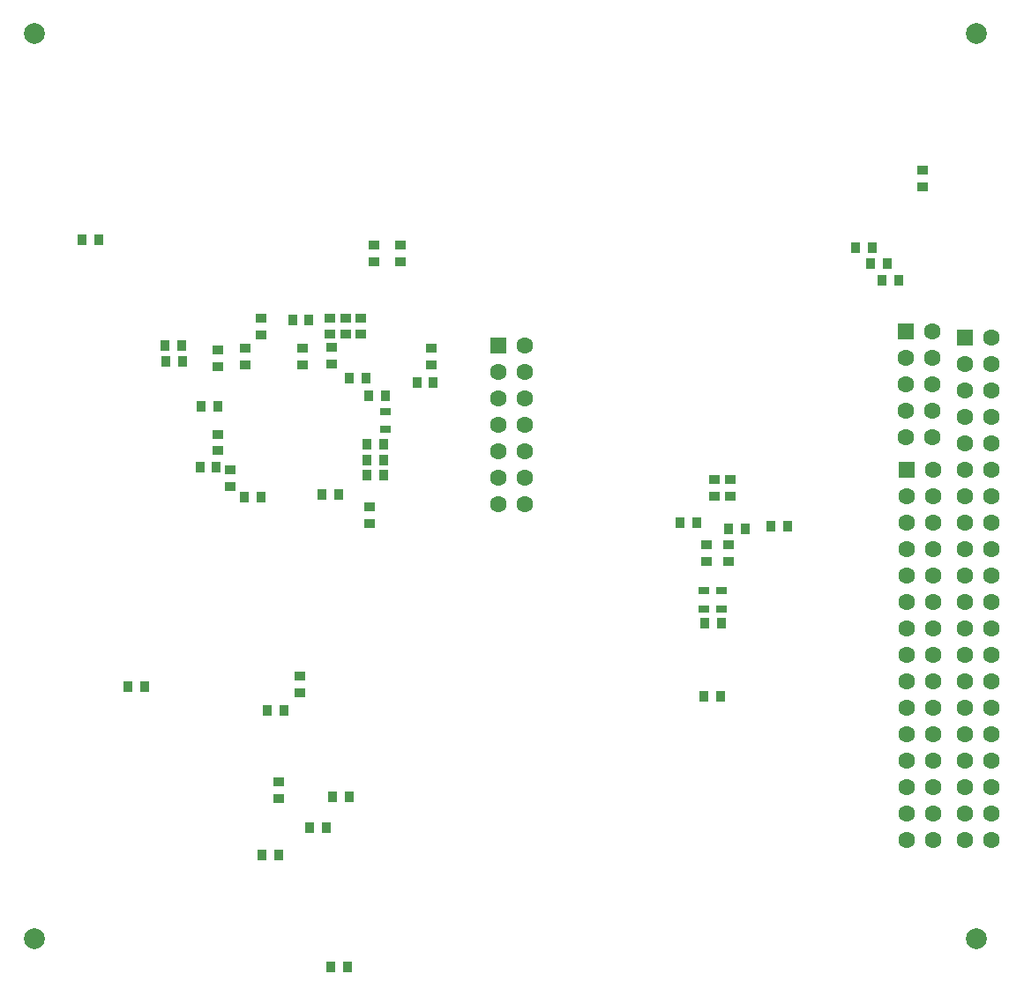
<source format=gbs>
G04 ================== begin FILE IDENTIFICATION RECORD ==================*
G04 Layout Name:  Beamforming_PCB_Ver1_0_1.brd*
G04 Film Name:    soldermask_bottom*
G04 File Format:  Gerber RS274X*
G04 File Origin:  Cadence Allegro 16.6-2015-S066*
G04 Origin Date:  Thu Mar 18 00:04:30 2021*
G04 *
G04 Layer:  VIA CLASS/SOLDERMASK_BOTTOM*
G04 Layer:  PIN/SOLDERMASK_BOTTOM*
G04 Layer:  PACKAGE GEOMETRY/SOLDERMASK_BOTTOM*
G04 *
G04 Offset:    (0.00 0.00)*
G04 Mirror:    No*
G04 Mode:      Positive*
G04 Rotation:  0*
G04 FullContactRelief:  No*
G04 UndefLineWidth:     0.00*
G04 ================== end FILE IDENTIFICATION RECORD ====================*
%FSLAX25Y25*MOIN*%
%IR0*IPPOS*OFA0.00000B0.00000*MIA0B0*SFA1.00000B1.00000*%
%ADD16C,.06299*%
%ADD10C,.07874*%
%AMMACRO15*
4,1,40,-.02047,-.00984,
-.02047,.00984,
-.020411,.010524,
-.020234,.011187,
-.019944,.011809,
-.019551,.012371,
-.019067,.012857,
-.018505,.013251,
-.017883,.013541,
-.017221,.01372,
-.01654,.01378,
.01654,.01378,
.017223,.013719,
.017886,.01354,
.018507,.013249,
.019069,.012855,
.019553,.012369,
.019946,.011806,
.020235,.011184,
.020411,.010521,
.02047,.00984,
.02047,-.00984,
.020411,-.010524,
.020234,-.011187,
.019944,-.011809,
.019551,-.012371,
.019067,-.012857,
.018505,-.013251,
.017883,-.013541,
.017221,-.01372,
.01654,-.01378,
-.01654,-.01378,
-.017223,-.013719,
-.017886,-.01354,
-.018507,-.013249,
-.019069,-.012855,
-.019553,-.012369,
-.019946,-.011806,
-.020235,-.011184,
-.020411,-.010521,
-.02047,-.00984,
0.0*
%
%ADD15MACRO15*%
%AMMACRO13*
4,1,44,-.02067,-.01181,
-.02067,.01181,
-.020611,.012494,
-.020433,.013157,
-.020143,.013779,
-.01975,.014342,
-.019265,.014827,
-.018703,.015221,
-.018081,.015512,
-.017418,.01569,
-.016734,.01575,
-.01673,.01575,
.01673,.01575,
.017414,.015691,
.018077,.015513,
.018699,.015223,
.019262,.01483,
.019747,.014345,
.020141,.013783,
.020432,.013161,
.02061,.012498,
.02067,.011814,
.02067,.01181,
.02067,-.01181,
.020611,-.012494,
.020433,-.013157,
.020143,-.013779,
.01975,-.014342,
.019265,-.014827,
.018703,-.015221,
.018081,-.015512,
.017418,-.01569,
.016734,-.01575,
.01673,-.01575,
-.01673,-.01575,
-.017414,-.015691,
-.018077,-.015513,
-.018699,-.015223,
-.019262,-.01483,
-.019747,-.014345,
-.020141,-.013783,
-.020432,-.013161,
-.02061,-.012498,
-.02067,-.011814,
-.02067,-.01181,
0.0*
%
%ADD13MACRO13*%
%AMMACRO11*
4,1,44,-.01181,.02067,
.01181,.02067,
.012494,.020611,
.013157,.020433,
.013779,.020143,
.014342,.01975,
.014827,.019265,
.015221,.018703,
.015512,.018081,
.01569,.017418,
.01575,.016734,
.01575,.01673,
.01575,-.01673,
.015691,-.017414,
.015513,-.018077,
.015223,-.018699,
.01483,-.019262,
.014345,-.019747,
.013783,-.020141,
.013161,-.020432,
.012498,-.02061,
.011814,-.02067,
.01181,-.02067,
-.01181,-.02067,
-.012494,-.020611,
-.013157,-.020433,
-.013779,-.020143,
-.014342,-.01975,
-.014827,-.019265,
-.015221,-.018703,
-.015512,-.018081,
-.01569,-.017418,
-.01575,-.016734,
-.01575,-.01673,
-.01575,.01673,
-.015691,.017414,
-.015513,.018077,
-.015223,.018699,
-.01483,.019262,
-.014345,.019747,
-.013783,.020141,
-.013161,.020432,
-.012498,.02061,
-.011814,.02067,
-.01181,.02067,
0.0*
%
%ADD11MACRO11*%
%ADD17R,.06299X.06299*%
%AMMACRO18*
4,1,40,.02047,.00984,
.02047,-.00984,
.020411,-.010524,
.020234,-.011187,
.019944,-.011809,
.019551,-.012371,
.019067,-.012857,
.018505,-.013251,
.017883,-.013541,
.017221,-.01372,
.01654,-.01378,
-.01654,-.01378,
-.017223,-.013719,
-.017886,-.01354,
-.018507,-.013249,
-.019069,-.012855,
-.019553,-.012369,
-.019946,-.011806,
-.020235,-.011184,
-.020411,-.010521,
-.02047,-.00984,
-.02047,.00984,
-.020411,.010524,
-.020234,.011187,
-.019944,.011809,
-.019551,.012371,
-.019067,.012857,
-.018505,.013251,
-.017883,.013541,
-.017221,.01372,
-.01654,.01378,
.01654,.01378,
.017223,.013719,
.017886,.01354,
.018507,.013249,
.019069,.012855,
.019553,.012369,
.019946,.011806,
.020235,.011184,
.020411,.010521,
.02047,.00984,
0.0*
%
%ADD18MACRO18*%
%AMMACRO14*
4,1,44,.02067,.01181,
.02067,-.01181,
.020611,-.012494,
.020433,-.013157,
.020143,-.013779,
.01975,-.014342,
.019265,-.014827,
.018703,-.015221,
.018081,-.015512,
.017418,-.01569,
.016734,-.01575,
.01673,-.01575,
-.01673,-.01575,
-.017414,-.015691,
-.018077,-.015513,
-.018699,-.015223,
-.019262,-.01483,
-.019747,-.014345,
-.020141,-.013783,
-.020432,-.013161,
-.02061,-.012498,
-.02067,-.011814,
-.02067,-.01181,
-.02067,.01181,
-.020611,.012494,
-.020433,.013157,
-.020143,.013779,
-.01975,.014342,
-.019265,.014827,
-.018703,.015221,
-.018081,.015512,
-.017418,.01569,
-.016734,.01575,
-.01673,.01575,
.01673,.01575,
.017414,.015691,
.018077,.015513,
.018699,.015223,
.019262,.01483,
.019747,.014345,
.020141,.013783,
.020432,.013161,
.02061,.012498,
.02067,.011814,
.02067,.01181,
0.0*
%
%ADD14MACRO14*%
%AMMACRO12*
4,1,44,.01181,-.02067,
-.01181,-.02067,
-.012494,-.020611,
-.013157,-.020433,
-.013779,-.020143,
-.014342,-.01975,
-.014827,-.019265,
-.015221,-.018703,
-.015512,-.018081,
-.01569,-.017418,
-.01575,-.016734,
-.01575,-.01673,
-.01575,.01673,
-.015691,.017414,
-.015513,.018077,
-.015223,.018699,
-.01483,.019262,
-.014345,.019747,
-.013783,.020141,
-.013161,.020432,
-.012498,.02061,
-.011814,.02067,
-.01181,.02067,
.01181,.02067,
.012494,.020611,
.013157,.020433,
.013779,.020143,
.014342,.01975,
.014827,.019265,
.015221,.018703,
.015512,.018081,
.01569,.017418,
.01575,.016734,
.01575,.01673,
.01575,-.01673,
.015691,-.017414,
.015513,-.018077,
.015223,-.018699,
.01483,-.019262,
.014345,-.019747,
.013783,-.020141,
.013161,-.020432,
.012498,-.02061,
.011814,-.02067,
.01181,-.02067,
0.0*
%
%ADD12MACRO12*%
%LPD*%
G75*
G54D10*
X18900Y42700D03*
Y384800D03*
X374800Y42700D03*
Y384800D03*
G54D11*
X36750Y306900D03*
X43050D03*
X81250Y221000D03*
X81750Y243800D03*
X87550Y221000D03*
X88050Y243800D03*
X104750Y74400D03*
X106650Y129100D03*
X111050Y74400D03*
X112950Y129100D03*
X116250Y276600D03*
X122750Y84500D03*
X122550Y276600D03*
X129050Y84500D03*
X127550Y210700D03*
X130750Y32000D03*
X131450Y96400D03*
X133850Y210700D03*
X137050Y32000D03*
X137750Y96400D03*
X137850Y254500D03*
X144150D03*
X163250Y252900D03*
X169550D03*
X262650Y200100D03*
X268950D03*
X271850Y134400D03*
X278150D03*
X280950Y197600D03*
X287250D03*
X297150Y198700D03*
X303450D03*
G54D12*
X54050Y138100D03*
X60350D03*
X68350Y261100D03*
X68150Y266900D03*
X74650Y261100D03*
X74450Y266900D03*
X98050Y209700D03*
X104350D03*
X144550Y217800D03*
Y223700D03*
Y229500D03*
X145050Y247900D03*
X150850Y217800D03*
Y223700D03*
Y229500D03*
X151350Y247900D03*
X271950Y162100D03*
X278250D03*
X329150Y304100D03*
X334650Y298100D03*
X335450Y304100D03*
X338950Y291700D03*
X340950Y298100D03*
X345250Y291700D03*
G54D13*
X88100Y227150D03*
Y233450D03*
X92800Y213550D03*
Y219850D03*
X111100Y95650D03*
Y101950D03*
X147200Y298550D03*
Y304850D03*
X157000Y298650D03*
Y304950D03*
X272600Y185450D03*
Y191750D03*
X281000Y185450D03*
Y191750D03*
X354400Y326850D03*
Y333150D03*
G54D14*
X88000Y258950D03*
Y265250D03*
X98300Y259750D03*
Y266050D03*
X104400Y271050D03*
Y277350D03*
X119200Y135550D03*
Y141850D03*
X120100Y259750D03*
Y266050D03*
X131200Y259850D03*
Y266150D03*
X130500Y271150D03*
Y277450D03*
X136400Y271150D03*
Y277450D03*
X142200Y271150D03*
Y277450D03*
X145500Y199750D03*
Y206050D03*
X168900Y259550D03*
Y265850D03*
X275884Y209850D03*
Y216150D03*
X281592Y209850D03*
Y216150D03*
G54D15*
X151300Y235194D03*
Y242006D03*
X278300Y167394D03*
Y174206D03*
G54D16*
X194000Y207100D03*
Y217100D03*
Y227100D03*
Y237100D03*
Y247100D03*
Y257100D03*
X204000Y207100D03*
Y217100D03*
Y227100D03*
Y237100D03*
Y247100D03*
Y257100D03*
Y267100D03*
X348300Y79900D03*
Y89900D03*
Y99900D03*
Y109900D03*
Y119900D03*
Y129900D03*
Y139900D03*
Y149900D03*
Y159900D03*
Y169900D03*
Y179900D03*
Y189900D03*
Y199900D03*
Y209900D03*
X348200Y232200D03*
Y242200D03*
Y252200D03*
Y262200D03*
X358300Y79900D03*
Y89900D03*
Y99900D03*
Y109900D03*
Y119900D03*
Y129900D03*
Y139900D03*
Y149900D03*
Y159900D03*
Y169900D03*
Y179900D03*
Y189900D03*
Y199900D03*
Y209900D03*
Y219900D03*
X358200Y232200D03*
Y242200D03*
Y252200D03*
Y262200D03*
Y272200D03*
X370500Y80100D03*
Y90100D03*
Y100100D03*
Y110100D03*
Y120100D03*
Y130100D03*
Y140100D03*
Y150100D03*
Y160100D03*
Y170100D03*
Y180100D03*
Y190100D03*
Y200100D03*
Y210100D03*
Y220100D03*
Y230100D03*
Y240100D03*
Y250100D03*
Y260100D03*
X380500Y80100D03*
Y90100D03*
Y100100D03*
Y110100D03*
Y120100D03*
Y130100D03*
Y140100D03*
Y150100D03*
Y160100D03*
Y170100D03*
Y180100D03*
Y190100D03*
Y200100D03*
Y210100D03*
Y220100D03*
Y230100D03*
Y240100D03*
Y250100D03*
Y260100D03*
Y270100D03*
G54D17*
X194000Y267100D03*
X348300Y219900D03*
X348200Y272200D03*
X370500Y270100D03*
G54D18*
X271600Y167394D03*
Y174206D03*
M02*

</source>
